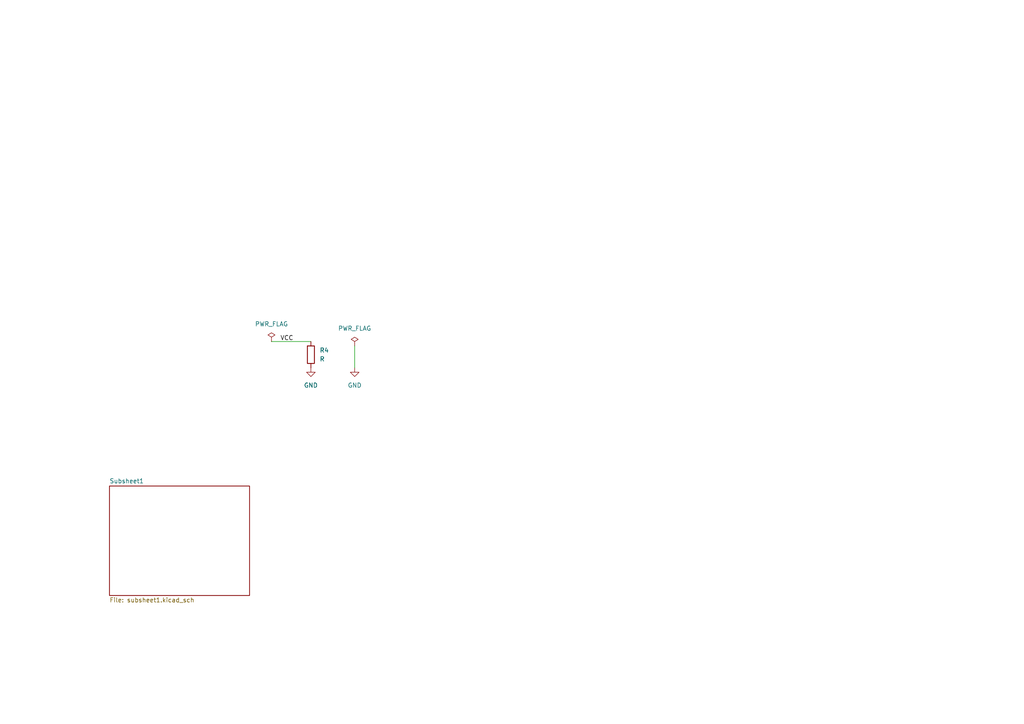
<source format=kicad_sch>
(kicad_sch (version 20230121) (generator eeschema)

  (uuid 4ac61623-f679-4d8f-8a28-b049be752388)

  (paper "A4")

  (lib_symbols
    (symbol "Device:R" (pin_numbers hide) (pin_names (offset 0)) (in_bom yes) (on_board yes)
      (property "Reference" "R" (at 2.032 0 90)
        (effects (font (size 1.27 1.27)))
      )
      (property "Value" "R" (at 0 0 90)
        (effects (font (size 1.27 1.27)))
      )
      (property "Footprint" "" (at -1.778 0 90)
        (effects (font (size 1.27 1.27)) hide)
      )
      (property "Datasheet" "~" (at 0 0 0)
        (effects (font (size 1.27 1.27)) hide)
      )
      (property "ki_keywords" "R res resistor" (at 0 0 0)
        (effects (font (size 1.27 1.27)) hide)
      )
      (property "ki_description" "Resistor" (at 0 0 0)
        (effects (font (size 1.27 1.27)) hide)
      )
      (property "ki_fp_filters" "R_*" (at 0 0 0)
        (effects (font (size 1.27 1.27)) hide)
      )
      (symbol "R_0_1"
        (rectangle (start -1.016 -2.54) (end 1.016 2.54)
          (stroke (width 0.254) (type default))
          (fill (type none))
        )
      )
      (symbol "R_1_1"
        (pin passive line (at 0 3.81 270) (length 1.27)
          (name "~" (effects (font (size 1.27 1.27))))
          (number "1" (effects (font (size 1.27 1.27))))
        )
        (pin passive line (at 0 -3.81 90) (length 1.27)
          (name "~" (effects (font (size 1.27 1.27))))
          (number "2" (effects (font (size 1.27 1.27))))
        )
      )
    )
    (symbol "power:GND" (power) (pin_names (offset 0)) (in_bom yes) (on_board yes)
      (property "Reference" "#PWR" (at 0 -6.35 0)
        (effects (font (size 1.27 1.27)) hide)
      )
      (property "Value" "GND" (at 0 -3.81 0)
        (effects (font (size 1.27 1.27)))
      )
      (property "Footprint" "" (at 0 0 0)
        (effects (font (size 1.27 1.27)) hide)
      )
      (property "Datasheet" "" (at 0 0 0)
        (effects (font (size 1.27 1.27)) hide)
      )
      (property "ki_keywords" "global power" (at 0 0 0)
        (effects (font (size 1.27 1.27)) hide)
      )
      (property "ki_description" "Power symbol creates a global label with name \"GND\" , ground" (at 0 0 0)
        (effects (font (size 1.27 1.27)) hide)
      )
      (symbol "GND_0_1"
        (polyline
          (pts
            (xy 0 0)
            (xy 0 -1.27)
            (xy 1.27 -1.27)
            (xy 0 -2.54)
            (xy -1.27 -1.27)
            (xy 0 -1.27)
          )
          (stroke (width 0) (type default))
          (fill (type none))
        )
      )
      (symbol "GND_1_1"
        (pin power_in line (at 0 0 270) (length 0) hide
          (name "GND" (effects (font (size 1.27 1.27))))
          (number "1" (effects (font (size 1.27 1.27))))
        )
      )
    )
    (symbol "power:PWR_FLAG" (power) (pin_numbers hide) (pin_names (offset 0) hide) (in_bom yes) (on_board yes)
      (property "Reference" "#FLG" (at 0 1.905 0)
        (effects (font (size 1.27 1.27)) hide)
      )
      (property "Value" "PWR_FLAG" (at 0 3.81 0)
        (effects (font (size 1.27 1.27)))
      )
      (property "Footprint" "" (at 0 0 0)
        (effects (font (size 1.27 1.27)) hide)
      )
      (property "Datasheet" "~" (at 0 0 0)
        (effects (font (size 1.27 1.27)) hide)
      )
      (property "ki_keywords" "flag power" (at 0 0 0)
        (effects (font (size 1.27 1.27)) hide)
      )
      (property "ki_description" "Special symbol for telling ERC where power comes from" (at 0 0 0)
        (effects (font (size 1.27 1.27)) hide)
      )
      (symbol "PWR_FLAG_0_0"
        (pin power_out line (at 0 0 90) (length 0)
          (name "pwr" (effects (font (size 1.27 1.27))))
          (number "1" (effects (font (size 1.27 1.27))))
        )
      )
      (symbol "PWR_FLAG_0_1"
        (polyline
          (pts
            (xy 0 0)
            (xy 0 1.27)
            (xy -1.016 1.905)
            (xy 0 2.54)
            (xy 1.016 1.905)
            (xy 0 1.27)
          )
          (stroke (width 0) (type default))
          (fill (type none))
        )
      )
    )
  )


  (wire (pts (xy 102.87 106.68) (xy 102.87 100.33))
    (stroke (width 0) (type default))
    (uuid 96d5f4cd-3212-4727-8bb0-dfaa05ff9e5b)
  )
  (wire (pts (xy 78.74 99.06) (xy 90.17 99.06))
    (stroke (width 0) (type default))
    (uuid ab411b95-e7d3-4a90-97bf-f2add82ef667)
  )

  (label "VCC" (at 81.28 99.06 0) (fields_autoplaced)
    (effects (font (size 1.27 1.27)) (justify left bottom))
    (uuid 32088fbd-db6b-48b1-b666-a664aeac6700)
  )

  (symbol (lib_id "power:GND") (at 90.17 106.68 0) (unit 1)
    (in_bom yes) (on_board yes) (dnp no) (fields_autoplaced)
    (uuid 0af717d8-6c89-4df3-a732-1b91df39aaaf)
    (property "Reference" "#PWR01" (at 90.17 113.03 0)
      (effects (font (size 1.27 1.27)) hide)
    )
    (property "Value" "GND" (at 90.17 111.76 0)
      (effects (font (size 1.27 1.27)))
    )
    (property "Footprint" "" (at 90.17 106.68 0)
      (effects (font (size 1.27 1.27)) hide)
    )
    (property "Datasheet" "" (at 90.17 106.68 0)
      (effects (font (size 1.27 1.27)) hide)
    )
    (pin "1" (uuid 0e3b97da-aae8-4c67-af0c-754ea7e25d65))
    (instances
      (project "test"
        (path "/4ac61623-f679-4d8f-8a28-b049be752388"
          (reference "#PWR01") (unit 1)
        )
      )
    )
  )

  (symbol (lib_id "Device:R") (at 90.17 102.87 0) (unit 1)
    (in_bom yes) (on_board yes) (dnp no) (fields_autoplaced)
    (uuid 1c465cab-5f6e-44d3-b5da-185af405d012)
    (property "Reference" "R4" (at 92.71 101.6 0)
      (effects (font (size 1.27 1.27)) (justify left))
    )
    (property "Value" "R" (at 92.71 104.14 0)
      (effects (font (size 1.27 1.27)) (justify left))
    )
    (property "Footprint" "" (at 88.392 102.87 90)
      (effects (font (size 1.27 1.27)) hide)
    )
    (property "Datasheet" "~" (at 90.17 102.87 0)
      (effects (font (size 1.27 1.27)) hide)
    )
    (pin "1" (uuid ed0f2399-997f-4ec2-a938-c01d3997ffc0))
    (pin "2" (uuid 7ef59c0b-207b-4f88-a27f-de14c3ed7f25))
    (instances
      (project "test"
        (path "/4ac61623-f679-4d8f-8a28-b049be752388"
          (reference "R4") (unit 1)
        )
        (path "/4ac61623-f679-4d8f-8a28-b049be752388/50bb2962-c518-410f-b4a2-b19642b96c89"
          (reference "R8") (unit 1)
        )
      )
    )
  )

  (symbol (lib_id "power:PWR_FLAG") (at 78.74 99.06 0) (unit 1)
    (in_bom yes) (on_board yes) (dnp no) (fields_autoplaced)
    (uuid 6a86d6bf-0aa7-431f-bc02-8ed5b78c4cf0)
    (property "Reference" "#FLG02" (at 78.74 97.155 0)
      (effects (font (size 1.27 1.27)) hide)
    )
    (property "Value" "PWR_FLAG" (at 78.74 93.98 0)
      (effects (font (size 1.27 1.27)))
    )
    (property "Footprint" "" (at 78.74 99.06 0)
      (effects (font (size 1.27 1.27)) hide)
    )
    (property "Datasheet" "~" (at 78.74 99.06 0)
      (effects (font (size 1.27 1.27)) hide)
    )
    (pin "1" (uuid 3d7f3b7c-8730-4d45-8e15-a30b096f0aea))
    (instances
      (project "test"
        (path "/4ac61623-f679-4d8f-8a28-b049be752388"
          (reference "#FLG02") (unit 1)
        )
        (path "/4ac61623-f679-4d8f-8a28-b049be752388/50bb2962-c518-410f-b4a2-b19642b96c89"
          (reference "#FLG01") (unit 1)
        )
      )
    )
  )

  (symbol (lib_id "power:PWR_FLAG") (at 102.87 100.33 0) (unit 1)
    (in_bom yes) (on_board yes) (dnp no) (fields_autoplaced)
    (uuid a6552ea0-5055-4343-badd-d7b341902387)
    (property "Reference" "#FLG03" (at 102.87 98.425 0)
      (effects (font (size 1.27 1.27)) hide)
    )
    (property "Value" "PWR_FLAG" (at 102.87 95.25 0)
      (effects (font (size 1.27 1.27)))
    )
    (property "Footprint" "" (at 102.87 100.33 0)
      (effects (font (size 1.27 1.27)) hide)
    )
    (property "Datasheet" "~" (at 102.87 100.33 0)
      (effects (font (size 1.27 1.27)) hide)
    )
    (pin "1" (uuid 1c20e1e9-c1fc-4741-bcf2-b2e0446aa3d5))
    (instances
      (project "test"
        (path "/4ac61623-f679-4d8f-8a28-b049be752388"
          (reference "#FLG03") (unit 1)
        )
        (path "/4ac61623-f679-4d8f-8a28-b049be752388/50bb2962-c518-410f-b4a2-b19642b96c89"
          (reference "#FLG01") (unit 1)
        )
      )
    )
  )

  (symbol (lib_id "power:GND") (at 102.87 106.68 0) (unit 1)
    (in_bom yes) (on_board yes) (dnp no) (fields_autoplaced)
    (uuid a7c67f0c-996a-4554-b0a7-e78955fd9aca)
    (property "Reference" "#PWR02" (at 102.87 113.03 0)
      (effects (font (size 1.27 1.27)) hide)
    )
    (property "Value" "GND" (at 102.87 111.76 0)
      (effects (font (size 1.27 1.27)))
    )
    (property "Footprint" "" (at 102.87 106.68 0)
      (effects (font (size 1.27 1.27)) hide)
    )
    (property "Datasheet" "" (at 102.87 106.68 0)
      (effects (font (size 1.27 1.27)) hide)
    )
    (pin "1" (uuid 1d4ba371-a587-441b-9c9d-4b48ba9fc2d1))
    (instances
      (project "test"
        (path "/4ac61623-f679-4d8f-8a28-b049be752388"
          (reference "#PWR02") (unit 1)
        )
        (path "/4ac61623-f679-4d8f-8a28-b049be752388/50bb2962-c518-410f-b4a2-b19642b96c89"
          (reference "#PWR010") (unit 1)
        )
      )
    )
  )

  (sheet (at 31.75 140.97) (size 40.64 31.75) (fields_autoplaced)
    (stroke (width 0.1524) (type solid))
    (fill (color 0 0 0 0.0000))
    (uuid 50bb2962-c518-410f-b4a2-b19642b96c89)
    (property "Sheetname" "Subsheet1" (at 31.75 140.2584 0)
      (effects (font (size 1.27 1.27)) (justify left bottom))
    )
    (property "Sheetfile" "subsheet1.kicad_sch" (at 31.75 173.3046 0)
      (effects (font (size 1.27 1.27)) (justify left top))
    )
    (instances
      (project "test"
        (path "/4ac61623-f679-4d8f-8a28-b049be752388" (page "2"))
      )
    )
  )

  (sheet_instances
    (path "/" (page "1"))
  )
)

</source>
